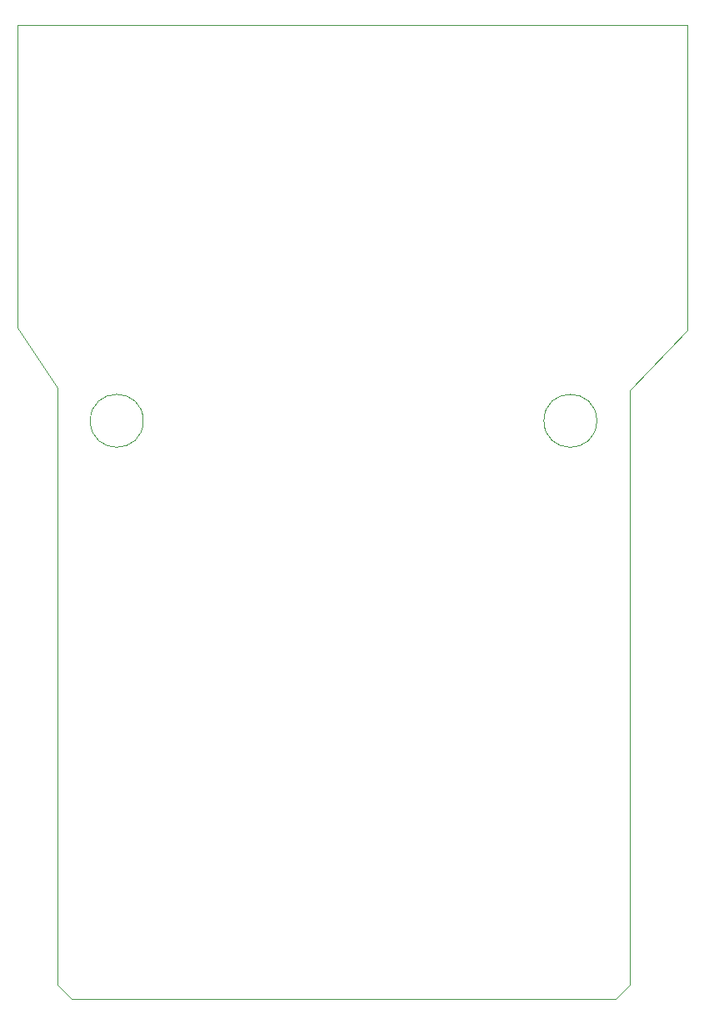
<source format=gm1>
G04 #@! TF.GenerationSoftware,KiCad,Pcbnew,(6.0.6)*
G04 #@! TF.CreationDate,2023-01-29T14:58:56+01:00*
G04 #@! TF.ProjectId,RTO_cart,52544f5f-6361-4727-942e-6b696361645f,rev?*
G04 #@! TF.SameCoordinates,Original*
G04 #@! TF.FileFunction,Profile,NP*
%FSLAX46Y46*%
G04 Gerber Fmt 4.6, Leading zero omitted, Abs format (unit mm)*
G04 Created by KiCad (PCBNEW (6.0.6)) date 2023-01-29 14:58:56*
%MOMM*%
%LPD*%
G01*
G04 APERTURE LIST*
G04 #@! TA.AperFunction,Profile*
%ADD10C,0.100000*%
G04 #@! TD*
G04 #@! TA.AperFunction,Profile*
%ADD11C,0.120000*%
G04 #@! TD*
G04 APERTURE END LIST*
D10*
X147091400Y-183134000D02*
X147091400Y-130556000D01*
X97636960Y-133670000D02*
G75*
G03*
X97636960Y-133670000I-2688300J0D01*
G01*
X84836000Y-93472000D02*
X84836000Y-124206000D01*
X143731040Y-133670000D02*
G75*
G03*
X143731040Y-133670000I-2688300J0D01*
G01*
X88900000Y-183540000D02*
X88900000Y-130302000D01*
X147091400Y-183540000D02*
X147091400Y-183134000D01*
X147091400Y-130556000D02*
X152908000Y-124460000D01*
X152908000Y-93472000D02*
X84836000Y-93472000D01*
X152908000Y-124460000D02*
X152908000Y-93472000D01*
X84836000Y-124206000D02*
X88900000Y-130302000D01*
D11*
X88900000Y-190930000D02*
X88900000Y-183540000D01*
X88900000Y-190930000D02*
X90350000Y-192380000D01*
X145641400Y-192380000D02*
X90350000Y-192380000D01*
X147091400Y-190930000D02*
X147091400Y-183540000D01*
X147091400Y-190930000D02*
X145641400Y-192380000D01*
M02*

</source>
